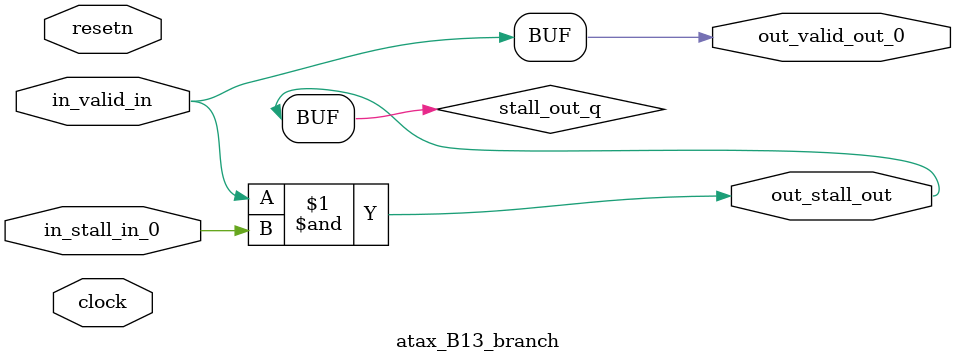
<source format=sv>



(* altera_attribute = "-name AUTO_SHIFT_REGISTER_RECOGNITION OFF; -name MESSAGE_DISABLE 10036; -name MESSAGE_DISABLE 10037; -name MESSAGE_DISABLE 14130; -name MESSAGE_DISABLE 14320; -name MESSAGE_DISABLE 15400; -name MESSAGE_DISABLE 14130; -name MESSAGE_DISABLE 10036; -name MESSAGE_DISABLE 12020; -name MESSAGE_DISABLE 12030; -name MESSAGE_DISABLE 12010; -name MESSAGE_DISABLE 12110; -name MESSAGE_DISABLE 14320; -name MESSAGE_DISABLE 13410; -name MESSAGE_DISABLE 113007; -name MESSAGE_DISABLE 10958" *)
module atax_B13_branch (
    input wire [0:0] in_stall_in_0,
    input wire [0:0] in_valid_in,
    output wire [0:0] out_stall_out,
    output wire [0:0] out_valid_out_0,
    input wire clock,
    input wire resetn
    );

    wire [0:0] stall_out_q;


    // stall_out(LOGICAL,6)
    assign stall_out_q = in_valid_in & in_stall_in_0;

    // out_stall_out(GPOUT,4)
    assign out_stall_out = stall_out_q;

    // out_valid_out_0(GPOUT,5)
    assign out_valid_out_0 = in_valid_in;

endmodule

</source>
